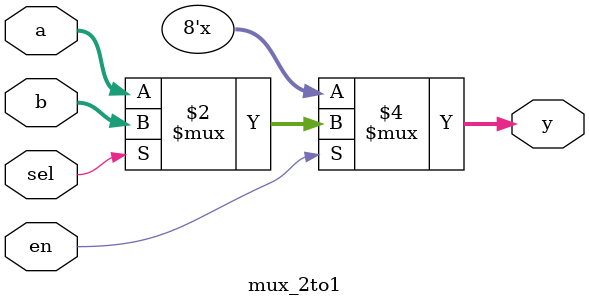
<source format=sv>

`timescale 1ns/100ps
`ifndef MUX_2TO1
`define MUX_2TO1

module mux_2to1 #(
    parameter n = 8  
)(
    input en, 
    input wire [n-1:0] a,  
    input wire [n-1:0] b,  
    input wire sel,       
    output reg [n-1:0] y  
); 
    always @(*) begin
        if(en)
            y = sel ? b : a;  
        else
            y = {n{1'bz}}; 
    end
endmodule

`endif // MUX_2TO1
</source>
